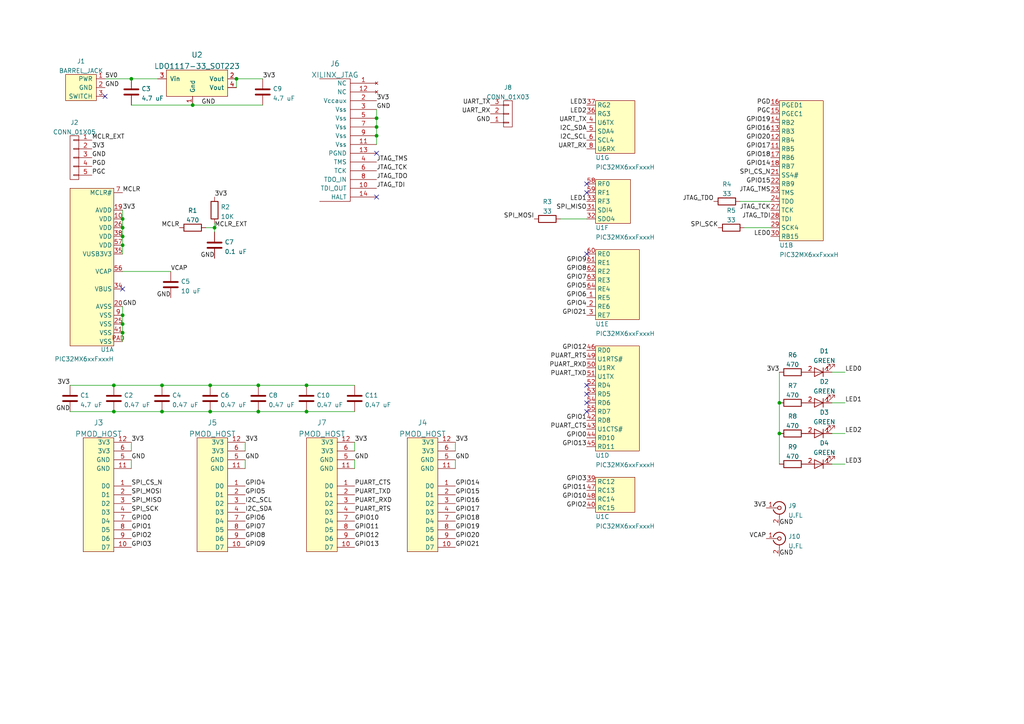
<source format=kicad_sch>
(kicad_sch (version 20211123) (generator eeschema)
  (paper "A4")
  (title_block (title "PIC32MX JTAG test board") (date "2022-03-28") (rev "0.1"))
  (junction (at 46.99 111.76))
  (junction (at 88.9 111.76))
  (junction (at 55.88 30.48))
  (junction (at 35.56 93.98))
  (junction (at 46.99 119.38))
  (junction (at 60.96 111.76))
  (junction (at 33.02 119.38))
  (junction (at 35.56 96.52))
  (junction (at 62.23 66.04))
  (junction (at 74.93 119.38))
  (junction (at 109.22 34.29))
  (junction (at 88.9 119.38))
  (junction (at 68.58 22.86))
  (junction (at 74.93 111.76))
  (junction (at 35.56 66.04))
  (junction (at 109.22 36.83))
  (junction (at 226.06 116.84))
  (junction (at 38.1 22.86))
  (junction (at 109.22 39.37))
  (junction (at 33.02 111.76))
  (junction (at 35.56 91.44))
  (junction (at 35.56 63.5))
  (junction (at 35.56 68.58))
  (junction (at 226.06 125.73))
  (junction (at 35.56 71.12))
  (junction (at 60.96 119.38))
  (no_connect (at 109.22 44.45))
  (no_connect (at 170.18 114.3))
  (no_connect (at 170.18 53.34))
  (no_connect (at 35.56 83.82))
  (no_connect (at 170.18 55.88))
  (no_connect (at 170.18 119.38))
  (no_connect (at 170.18 116.84))
  (no_connect (at 170.18 73.66))
  (no_connect (at 170.18 111.76))
  (no_connect (at 109.22 57.15))
  (no_connect (at 30.48 27.94))
  (wire (pts (xy 109.22 31.75) (xy 109.22 34.29)))
  (wire (pts (xy 109.22 39.37) (xy 109.22 41.91)))
  (wire (pts (xy 226.06 107.95) (xy 226.06 116.84)))
  (wire (pts (xy 109.22 34.29) (xy 109.22 36.83)))
  (wire (pts (xy 35.56 88.9) (xy 35.56 91.44)))
  (wire (pts (xy 38.1 133.35) (xy 38.1 135.89)))
  (wire (pts (xy 33.02 111.76) (xy 46.99 111.76)))
  (wire (pts (xy 38.1 128.27) (xy 38.1 130.81)))
  (wire (pts (xy 35.56 66.04) (xy 35.56 68.58)))
  (wire (pts (xy 109.22 36.83) (xy 109.22 39.37)))
  (wire (pts (xy 226.06 116.84) (xy 226.06 125.73)))
  (wire (pts (xy 38.1 30.48) (xy 55.88 30.48)))
  (wire (pts (xy 38.1 22.86) (xy 45.72 22.86)))
  (wire (pts (xy 55.88 30.48) (xy 76.2 30.48)))
  (wire (pts (xy 59.69 66.04) (xy 62.23 66.04)))
  (wire (pts (xy 71.12 133.35) (xy 71.12 135.89)))
  (wire (pts (xy 30.48 22.86) (xy 38.1 22.86)))
  (wire (pts (xy 68.58 22.86) (xy 68.58 25.4)))
  (wire (pts (xy 74.93 119.38) (xy 88.9 119.38)))
  (wire (pts (xy 35.56 68.58) (xy 35.56 71.12)))
  (wire (pts (xy 46.99 119.38) (xy 60.96 119.38)))
  (wire (pts (xy 88.9 111.76) (xy 102.87 111.76)))
  (wire (pts (xy 241.3 125.73) (xy 245.11 125.73)))
  (wire (pts (xy 102.87 128.27) (xy 102.87 130.81)))
  (wire (pts (xy 74.93 111.76) (xy 88.9 111.76)))
  (wire (pts (xy 226.06 125.73) (xy 226.06 134.62)))
  (wire (pts (xy 60.96 111.76) (xy 74.93 111.76)))
  (wire (pts (xy 35.56 91.44) (xy 35.56 93.98)))
  (wire (pts (xy 62.23 66.04) (xy 62.23 67.31)))
  (wire (pts (xy 102.87 133.35) (xy 102.87 135.89)))
  (wire (pts (xy 88.9 119.38) (xy 102.87 119.38)))
  (wire (pts (xy 71.12 128.27) (xy 71.12 130.81)))
  (wire (pts (xy 241.3 134.62) (xy 245.11 134.62)))
  (wire (pts (xy 132.08 133.35) (xy 132.08 135.89)))
  (wire (pts (xy 60.96 119.38) (xy 74.93 119.38)))
  (wire (pts (xy 62.23 66.04) (xy 62.23 64.77)))
  (wire (pts (xy 35.56 96.52) (xy 35.56 99.06)))
  (wire (pts (xy 35.56 63.5) (xy 35.56 66.04)))
  (wire (pts (xy 46.99 111.76) (xy 60.96 111.76)))
  (wire (pts (xy 35.56 93.98) (xy 35.56 96.52)))
  (wire (pts (xy 76.2 22.86) (xy 68.58 22.86)))
  (wire (pts (xy 241.3 116.84) (xy 245.11 116.84)))
  (wire (pts (xy 20.32 119.38) (xy 33.02 119.38)))
  (wire (pts (xy 132.08 128.27) (xy 132.08 130.81)))
  (wire (pts (xy 162.56 63.5) (xy 170.18 63.5)))
  (wire (pts (xy 35.56 78.74) (xy 49.53 78.74)))
  (wire (pts (xy 35.56 71.12) (xy 35.56 73.66)))
  (wire (pts (xy 215.9 66.04) (xy 223.52 66.04)))
  (wire (pts (xy 241.3 107.95) (xy 245.11 107.95)))
  (wire (pts (xy 33.02 119.38) (xy 46.99 119.38)))
  (wire (pts (xy 214.63 58.42) (xy 223.52 58.42)))
  (wire (pts (xy 35.56 60.96) (xy 35.56 63.5)))
  (wire (pts (xy 20.32 111.76) (xy 33.02 111.76)))
  (label "SPI_MOSI" (at 154.94 63.5 180))
  (label "GPIO19" (at 132.08 153.67 0))
  (label "GPIO9" (at 170.18 76.2 180))
  (label "GND" (at 30.48 25.4 0))
  (label "UART_TX" (at 170.18 35.56 180))
  (label "SPI_MISO" (at 38.1 146.05 0))
  (label "GPIO15" (at 132.08 143.51 0))
  (label "GPIO17" (at 132.08 148.59 0))
  (label "3V3" (at 62.23 57.15 0))
  (label "GPIO3" (at 170.18 139.7 180))
  (label "GND" (at 62.23 74.93 180))
  (label "GND" (at 109.22 31.75 0))
  (label "GPIO1" (at 38.1 153.67 0))
  (label "GPIO7" (at 170.18 81.28 180))
  (label "GND" (at 20.32 119.38 180))
  (label "GPIO4" (at 71.12 140.97 0))
  (label "3V3" (at 35.56 60.96 0))
  (label "PUART_CTS" (at 102.87 140.97 0))
  (label "3V3" (at 222.25 147.32 180))
  (label "PGC" (at 26.67 50.8 0))
  (label "JTAG_TCK" (at 109.22 49.53 0))
  (label "GPIO21" (at 170.18 91.44 180))
  (label "3V3" (at 38.1 128.27 0))
  (label "GPIO1" (at 170.18 121.92 180))
  (label "PUART_TXD" (at 170.18 109.22 180))
  (label "3V3" (at 109.22 29.21 0))
  (label "LED3" (at 245.11 134.62 0))
  (label "UART_RX" (at 142.24 33.02 180))
  (label "GPIO0" (at 38.1 151.13 0))
  (label "PGC" (at 223.52 33.02 180))
  (label "SPI_CS_N" (at 223.52 50.8 180))
  (label "JTAG_TDO" (at 109.22 52.07 0))
  (label "GPIO2" (at 38.1 156.21 0))
  (label "I2C_SDA" (at 71.12 148.59 0))
  (label "GPIO14" (at 223.52 48.26 180))
  (label "JTAG_TDO" (at 207.01 58.42 180))
  (label "GPIO6" (at 71.12 151.13 0))
  (label "3V3" (at 76.2 22.86 0))
  (label "PUART_RXD" (at 170.18 106.68 180))
  (label "I2C_SCL" (at 71.12 146.05 0))
  (label "GPIO0" (at 170.18 127 180))
  (label "GPIO11" (at 170.18 142.24 180))
  (label "GPIO8" (at 170.18 78.74 180))
  (label "GPIO2" (at 170.18 147.32 180))
  (label "JTAG_TMS" (at 109.22 46.99 0))
  (label "JTAG_TDI" (at 109.22 54.61 0))
  (label "GPIO19" (at 223.52 35.56 180))
  (label "MCLR" (at 35.56 55.88 0))
  (label "LED0" (at 223.52 68.58 180))
  (label "GPIO14" (at 132.08 140.97 0))
  (label "UART_RX" (at 170.18 43.18 180))
  (label "GND" (at 35.56 88.9 0))
  (label "GPIO4" (at 170.18 88.9 180))
  (label "SPI_SCK" (at 208.28 66.04 180))
  (label "GPIO6" (at 170.18 86.36 180))
  (label "PGD" (at 26.67 48.26 0))
  (label "GND" (at 142.24 35.56 180))
  (label "GND" (at 49.53 86.36 180))
  (label "I2C_SDA" (at 170.18 38.1 180))
  (label "PUART_RTS" (at 170.18 104.14 180))
  (label "GND" (at 226.06 152.4 0))
  (label "JTAG_TMS" (at 223.52 55.88 180))
  (label "GPIO11" (at 102.87 153.67 0))
  (label "GPIO8" (at 71.12 156.21 0))
  (label "3V3" (at 102.87 128.27 0))
  (label "GPIO5" (at 170.18 83.82 180))
  (label "LED0" (at 245.11 107.95 0))
  (label "UART_TX" (at 142.24 30.48 180))
  (label "GND" (at 132.08 133.35 0))
  (label "PUART_RTS" (at 102.87 148.59 0))
  (label "GND" (at 58.42 30.48 0))
  (label "GPIO15" (at 223.52 53.34 180))
  (label "PGD" (at 223.52 30.48 180))
  (label "GPIO16" (at 132.08 146.05 0))
  (label "MCLR" (at 52.07 66.04 180))
  (label "LED1" (at 170.18 58.42 180))
  (label "GPIO20" (at 223.52 40.64 180))
  (label "GPIO18" (at 132.08 151.13 0))
  (label "MCLR_EXT" (at 62.23 66.04 0))
  (label "GND" (at 102.87 133.35 0))
  (label "GPIO3" (at 38.1 158.75 0))
  (label "GND" (at 38.1 133.35 0))
  (label "3V3" (at 26.67 43.18 0))
  (label "GPIO20" (at 132.08 156.21 0))
  (label "GPIO10" (at 102.87 151.13 0))
  (label "LED2" (at 245.11 125.73 0))
  (label "MCLR_EXT" (at 26.67 40.64 0))
  (label "SPI_SCK" (at 38.1 148.59 0))
  (label "LED2" (at 170.18 33.02 180))
  (label "3V3" (at 71.12 128.27 0))
  (label "GPIO17" (at 223.52 43.18 180))
  (label "GND" (at 226.06 161.29 0))
  (label "GPIO13" (at 102.87 158.75 0))
  (label "JTAG_TDI" (at 223.52 63.5 180))
  (label "5V0" (at 30.48 22.86 0))
  (label "GPIO10" (at 170.18 144.78 180))
  (label "GPIO18" (at 223.52 45.72 180))
  (label "3V3" (at 20.32 111.76 180))
  (label "3V3" (at 132.08 128.27 0))
  (label "JTAG_TCK" (at 223.52 60.96 180))
  (label "SPI_MOSI" (at 38.1 143.51 0))
  (label "GPIO5" (at 71.12 143.51 0))
  (label "3V3" (at 226.06 107.95 180))
  (label "GPIO9" (at 71.12 158.75 0))
  (label "VCAP" (at 49.53 78.74 0))
  (label "GPIO16" (at 223.52 38.1 180))
  (label "LED1" (at 245.11 116.84 0))
  (label "I2C_SCL" (at 170.18 40.64 180))
  (label "GPIO7" (at 71.12 153.67 0))
  (label "PUART_CTS" (at 170.18 124.46 180))
  (label "PUART_RXD" (at 102.87 146.05 0))
  (label "PUART_TXD" (at 102.87 143.51 0))
  (label "GPIO12" (at 170.18 101.6 180))
  (label "LED3" (at 170.18 30.48 180))
  (label "GPIO13" (at 170.18 129.54 180))
  (label "GND" (at 26.67 45.72 0))
  (label "GPIO21" (at 132.08 158.75 0))
  (label "SPI_CS_N" (at 38.1 140.97 0))
  (label "SPI_MISO" (at 170.18 60.96 180))
  (label "GND" (at 71.12 133.35 0))
  (label "VCAP" (at 222.25 156.21 180))
  (label "GPIO12" (at 102.87 156.21 0))
  (symbol (lib_id "device:C") (at 76.2 26.67 0) (unit 1)
    (property "Reference" "C9" (at 79.121 25.7615 0) (effects (justify left)))
    (property "Value" "4.7 uF" (at 79.121 28.5366 0) (effects (justify left)))
    (property "Footprint" "azonenberg_pcb:EIA_0603_CAP_NOSILK" (effects hide))
  )
  (symbol (lib_id "device:C") (at 49.53 82.55 0) (unit 1)
    (property "Reference" "C5" (at 52.451 81.6415 0) (effects (justify left)))
    (property "Value" "10 uF" (at 52.451 84.4166 0) (effects (justify left)))
    (property "Footprint" "azonenberg_pcb:EIA_0805_CAP_NOSILK" (effects hide))
  )
  (symbol (lib_name "PIC32MX6xxFxxxH_6") (lib_id "microchip-azonenberg:PIC32MX6xxFxxxH") (at 172.72 44.45 0) (unit 7)
    (property "Reference" "U1" (at 172.72 45.72 0) (effects (justify left)))
    (property "Value" "PIC32MX6xxFxxxH" (at 172.72 48.4951 0) (effects (justify left)))
    (property "Footprint" "azonenberg_pcb:QFP_64_0.5MM" (effects hide))
    (pin "4" (alternate "U6TX"))
    (pin "5" (alternate "SDA4"))
    (pin "6" (alternate "SCL4"))
    (pin "8" (alternate "U6RX"))
  )
  (symbol (lib_id "device:R") (at 210.82 58.42 90) (unit 1)
    (property "Reference" "R4" (at 210.82 53.4375 90))
    (property "Value" "33" (at 210.82 56.2126 90))
    (property "Footprint" "azonenberg_pcb:EIA_0402_RES_NOSILK" (effects hide))
  )
  (symbol (lib_id "device:LED") (at 237.49 116.84 180) (unit 1)
    (property "Reference" "D2" (at 239.0902 110.7145 0))
    (property "Value" "GREEN" (at 239.0902 113.4896 0))
    (property "Footprint" "azonenberg_pcb:EIA_0805_LED" (effects hide))
  )
  (symbol (lib_id "xilinx-azonenberg:XILINX_JTAG") (at 109.22 57.15 0) (mirror y) (unit 1)
    (property "Reference" "J6" (at 97.155 18.4561 0) (effects (font (size 1.524 1.524))))
    (property "Value" "XILINX_JTAG" (at 97.155 21.7351 0) (effects (font (size 1.524 1.524))))
    (property "Footprint" "azonenberg_pcb:XILINX_JTAG_PTH_MOLEX_0878311420" (effects hide))
  )
  (symbol (lib_id "device:R") (at 158.75 63.5 90) (unit 1)
    (property "Reference" "R3" (at 158.75 58.5175 90))
    (property "Value" "33" (at 158.75 61.2926 90))
    (property "Footprint" "azonenberg_pcb:EIA_0402_RES_NOSILK" (effects hide))
  )
  (symbol (lib_id "device:C") (at 33.02 115.57 0) (unit 1)
    (property "Reference" "C2" (at 35.941 114.6615 0) (effects (justify left)))
    (property "Value" "0.47 uF" (at 35.941 117.4366 0) (effects (justify left)))
    (property "Footprint" "azonenberg_pcb:EIA_0402_CAP_NOSILK" (effects hide))
  )
  (symbol (lib_id "device:LED") (at 237.49 107.95 180) (unit 1)
    (property "Reference" "D1" (at 239.0902 101.8245 0))
    (property "Value" "GREEN" (at 239.0902 104.5996 0))
    (property "Footprint" "azonenberg_pcb:EIA_0805_LED" (effects hide))
  )
  (symbol (lib_name "PIC32MX6xxFxxxH_2") (lib_id "microchip-azonenberg:PIC32MX6xxFxxxH") (at 172.72 148.59 0) (unit 3)
    (property "Reference" "U1" (at 172.72 149.86 0) (effects (justify left)))
    (property "Value" "PIC32MX6xxFxxxH" (at 172.72 152.6351 0) (effects (justify left)))
    (property "Footprint" "azonenberg_pcb:QFP_64_0.5MM" (effects hide))
  )
  (symbol (lib_id "conn:CONN_01X05") (at 21.59 45.72 0) (mirror y) (unit 1)
    (property "Reference" "J2" (at 21.59 35.5305 0))
    (property "Value" "CONN_01X05" (at 21.59 38.3056 0))
    (property "Footprint" "azonenberg_pcb:CONN_HEADER_2.54MM_1x5" (effects hide))
  )
  (symbol (lib_id "conn:CONN_COAXIAL") (at 226.06 156.21 0) (unit 1)
    (property "Reference" "J10" (at 228.6001 155.5947 0) (effects (justify left)))
    (property "Value" "U.FL" (at 228.6001 158.3698 0) (effects (justify left)))
    (property "Footprint" "azonenberg_pcb:CONN_U.FL_TE_1909763-1" (effects hide))
  )
  (symbol (lib_id "device:R") (at 229.87 125.73 90) (unit 1)
    (property "Reference" "R8" (at 229.87 120.7475 90))
    (property "Value" "470" (at 229.87 123.5226 90))
    (property "Footprint" "azonenberg_pcb:EIA_0402_RES_NOSILK" (effects hide))
  )
  (symbol (lib_id "device:C") (at 102.87 115.57 0) (unit 1)
    (property "Reference" "C11" (at 105.791 114.6615 0) (effects (justify left)))
    (property "Value" "0.47 uF" (at 105.791 117.4366 0) (effects (justify left)))
    (property "Footprint" "azonenberg_pcb:EIA_0402_CAP_NOSILK" (effects hide))
  )
  (symbol (lib_id "microchip-azonenberg:PIC32MX6xxFxxxH") (at 226.06 69.85 0) (unit 2)
    (property "Reference" "U1" (at 226.06 71.12 0) (effects (justify left)))
    (property "Value" "PIC32MX6xxFxxxH" (at 226.06 73.8951 0) (effects (justify left)))
    (property "Footprint" "azonenberg_pcb:QFP_64_0.5MM" (effects hide))
    (pin "15" (alternate "PGEC1"))
    (pin "16" (alternate "PGED1"))
    (pin "21" (alternate "SS4#"))
    (pin "23" (alternate "TMS"))
    (pin "24" (alternate "TDO"))
    (pin "27" (alternate "TCK"))
    (pin "28" (alternate "TDI"))
    (pin "29" (alternate "SCK4"))
  )
  (symbol (lib_id "special-azonenberg:PMOD_HOST") (at 97.79 160.02 0) (mirror y) (unit 1)
    (property "Reference" "J7" (at 93.345 122.5961 0) (effects (font (size 1.524 1.524))))
    (property "Value" "PMOD_HOST" (at 93.345 125.8751 0) (effects (font (size 1.524 1.524))))
    (property "Footprint" "azonenberg_pcb:CONN_HEADER_2.54MM_2x6_RA_PMOD_HOST" (effects hide))
  )
  (symbol (lib_id "special-azonenberg:PMOD_HOST") (at 127 160.02 0) (mirror y) (unit 1)
    (property "Reference" "J4" (at 122.555 122.5961 0) (effects (font (size 1.524 1.524))))
    (property "Value" "PMOD_HOST" (at 122.555 125.8751 0) (effects (font (size 1.524 1.524))))
    (property "Footprint" "azonenberg_pcb:CONN_HEADER_2.54MM_2x6_RA_PMOD_HOST" (effects hide))
  )
  (symbol (lib_id "special-azonenberg:PMOD_HOST") (at 66.04 160.02 0) (mirror y) (unit 1)
    (property "Reference" "J5" (at 61.595 122.5961 0) (effects (font (size 1.524 1.524))))
    (property "Value" "PMOD_HOST" (at 61.595 125.8751 0) (effects (font (size 1.524 1.524))))
    (property "Footprint" "azonenberg_pcb:CONN_HEADER_2.54MM_2x6_RA_PMOD_HOST" (effects hide))
  )
  (symbol (lib_id "device:R") (at 62.23 60.96 0) (unit 1)
    (property "Reference" "R2" (at 64.008 60.0515 0) (effects (justify left)))
    (property "Value" "10K" (at 64.008 62.8266 0) (effects (justify left)))
    (property "Footprint" "azonenberg_pcb:EIA_0402_RES_NOSILK" (effects hide))
  )
  (symbol (lib_name "PIC32MX6xxFxxxH_4") (lib_id "microchip-azonenberg:PIC32MX6xxFxxxH") (at 172.72 92.71 0) (unit 5)
    (property "Reference" "U1" (at 172.72 93.98 0) (effects (justify left)))
    (property "Value" "PIC32MX6xxFxxxH" (at 172.72 96.7551 0) (effects (justify left)))
    (property "Footprint" "azonenberg_pcb:QFP_64_0.5MM" (effects hide))
  )
  (symbol (lib_name "PIC32MX6xxFxxxH_1") (lib_id "microchip-azonenberg:PIC32MX6xxFxxxH") (at 33.02 100.33 0) (mirror y) (unit 1)
    (property "Reference" "U1" (at 33.02 101.3649 0) (effects (justify left)))
    (property "Value" "PIC32MX6xxFxxxH" (at 33.02 104.14 0) (effects (justify left)))
    (property "Footprint" "azonenberg_pcb:QFP_64_0.5MM" (effects hide))
  )
  (symbol (lib_id "device:R") (at 212.09 66.04 90) (unit 1)
    (property "Reference" "R5" (at 212.09 61.0575 90))
    (property "Value" "33" (at 212.09 63.8326 90))
    (property "Footprint" "azonenberg_pcb:EIA_0402_RES_NOSILK" (effects hide))
  )
  (symbol (lib_id "device:C") (at 88.9 115.57 0) (unit 1)
    (property "Reference" "C10" (at 91.821 114.6615 0) (effects (justify left)))
    (property "Value" "0.47 uF" (at 91.821 117.4366 0) (effects (justify left)))
    (property "Footprint" "azonenberg_pcb:EIA_0402_CAP_NOSILK" (effects hide))
  )
  (symbol (lib_id "device:C") (at 62.23 71.12 0) (unit 1)
    (property "Reference" "C7" (at 65.151 70.2115 0) (effects (justify left)))
    (property "Value" "0.1 uF" (at 65.151 72.9866 0) (effects (justify left)))
    (property "Footprint" "azonenberg_pcb:EIA_0402_CAP_NOSILK" (effects hide))
  )
  (symbol (lib_id "conn:CONN_COAXIAL") (at 226.06 147.32 0) (unit 1)
    (property "Reference" "J9" (at 228.6001 146.7047 0) (effects (justify left)))
    (property "Value" "U.FL" (at 228.6001 149.4798 0) (effects (justify left)))
    (property "Footprint" "azonenberg_pcb:CONN_U.FL_TE_1909763-1" (effects hide))
  )
  (symbol (lib_id "power-azonenberg:LDO1117-XX_SOT223") (at 55.88 20.32 0) (unit 1)
    (property "Reference" "U2" (at 57.15 15.9161 0) (effects (font (size 1.524 1.524))))
    (property "Value" "LDO1117-33_SOT223" (at 57.15 19.1951 0) (effects (font (size 1.524 1.524))))
    (property "Footprint" "azonenberg_pcb:SOT223-4" (effects hide))
  )
  (symbol (lib_id "device:LED") (at 237.49 125.73 180) (unit 1)
    (property "Reference" "D3" (at 239.0902 119.6045 0))
    (property "Value" "GREEN" (at 239.0902 122.3796 0))
    (property "Footprint" "azonenberg_pcb:EIA_0805_LED" (effects hide))
  )
  (symbol (lib_id "special-azonenberg:PMOD_HOST") (at 33.02 160.02 0) (mirror y) (unit 1)
    (property "Reference" "J3" (at 28.575 122.5961 0) (effects (font (size 1.524 1.524))))
    (property "Value" "PMOD_HOST" (at 28.575 125.8751 0) (effects (font (size 1.524 1.524))))
    (property "Footprint" "azonenberg_pcb:CONN_HEADER_2.54MM_2x6_RA_PMOD_HOST" (effects hide))
  )
  (symbol (lib_name "PIC32MX6xxFxxxH_3") (lib_id "microchip-azonenberg:PIC32MX6xxFxxxH") (at 172.72 130.81 0) (unit 4)
    (property "Reference" "U1" (at 172.72 132.08 0) (effects (justify left)))
    (property "Value" "PIC32MX6xxFxxxH" (at 172.72 134.8551 0) (effects (justify left)))
    (property "Footprint" "azonenberg_pcb:QFP_64_0.5MM" (effects hide))
    (pin "43" (alternate "U1CTS#"))
    (pin "49" (alternate "U1RTS#"))
    (pin "50" (alternate "U1RX"))
    (pin "51" (alternate "U1TX"))
  )
  (symbol (lib_id "device:C") (at 20.32 115.57 0) (unit 1)
    (property "Reference" "C1" (at 23.241 114.6615 0) (effects (justify left)))
    (property "Value" "4.7 uF" (at 23.241 117.4366 0) (effects (justify left)))
    (property "Footprint" "azonenberg_pcb:EIA_0603_CAP_NOSILK" (effects hide))
  )
  (symbol (lib_id "power-azonenberg:BARREL_JACK") (at 27.94 29.21 0) (unit 1)
    (property "Reference" "J1" (at 23.495 17.7505 0))
    (property "Value" "BARREL_JACK" (at 23.495 20.5256 0))
    (property "Footprint" "azonenberg_pcb:CONN_CUI_PJ-058BH_HIPWR_BARREL_NOSLOT" (effects hide))
  )
  (symbol (lib_id "device:C") (at 38.1 26.67 0) (unit 1)
    (property "Reference" "C3" (at 41.021 25.7615 0) (effects (justify left)))
    (property "Value" "4.7 uF" (at 41.021 28.5366 0) (effects (justify left)))
    (property "Footprint" "azonenberg_pcb:EIA_0603_CAP_NOSILK" (effects hide))
  )
  (symbol (lib_id "device:R") (at 229.87 116.84 90) (unit 1)
    (property "Reference" "R7" (at 229.87 111.8575 90))
    (property "Value" "470" (at 229.87 114.6326 90))
    (property "Footprint" "azonenberg_pcb:EIA_0402_RES_NOSILK" (effects hide))
  )
  (symbol (lib_id "device:LED") (at 237.49 134.62 180) (unit 1)
    (property "Reference" "D4" (at 239.0902 128.4945 0))
    (property "Value" "GREEN" (at 239.0902 131.2696 0))
    (property "Footprint" "azonenberg_pcb:EIA_0805_LED" (effects hide))
  )
  (symbol (lib_name "PIC32MX6xxFxxxH_5") (lib_id "microchip-azonenberg:PIC32MX6xxFxxxH") (at 172.72 64.77 0) (unit 6)
    (property "Reference" "U1" (at 172.72 66.04 0) (effects (justify left)))
    (property "Value" "PIC32MX6xxFxxxH" (at 172.72 68.8151 0) (effects (justify left)))
    (property "Footprint" "azonenberg_pcb:QFP_64_0.5MM" (effects hide))
    (pin "31" (alternate "SDI4"))
    (pin "32" (alternate "SDO4"))
  )
  (symbol (lib_id "device:C") (at 60.96 115.57 0) (unit 1)
    (property "Reference" "C6" (at 63.881 114.6615 0) (effects (justify left)))
    (property "Value" "0.47 uF" (at 63.881 117.4366 0) (effects (justify left)))
    (property "Footprint" "azonenberg_pcb:EIA_0402_CAP_NOSILK" (effects hide))
  )
  (symbol (lib_id "device:R") (at 229.87 107.95 90) (unit 1)
    (property "Reference" "R6" (at 229.87 102.9675 90))
    (property "Value" "470" (at 229.87 105.7426 90))
    (property "Footprint" "azonenberg_pcb:EIA_0402_RES_NOSILK" (effects hide))
  )
  (symbol (lib_id "device:C") (at 46.99 115.57 0) (unit 1)
    (property "Reference" "C4" (at 49.911 114.6615 0) (effects (justify left)))
    (property "Value" "0.47 uF" (at 49.911 117.4366 0) (effects (justify left)))
    (property "Footprint" "azonenberg_pcb:EIA_0402_CAP_NOSILK" (effects hide))
  )
  (symbol (lib_id "device:C") (at 74.93 115.57 0) (unit 1)
    (property "Reference" "C8" (at 77.851 114.6615 0) (effects (justify left)))
    (property "Value" "0.47 uF" (at 77.851 117.4366 0) (effects (justify left)))
    (property "Footprint" "azonenberg_pcb:EIA_0402_CAP_NOSILK" (effects hide))
  )
  (symbol (lib_id "device:R") (at 55.88 66.04 90) (unit 1)
    (property "Reference" "R1" (at 55.88 61.0575 90))
    (property "Value" "470" (at 55.88 63.8326 90))
    (property "Footprint" "azonenberg_pcb:EIA_0402_RES_NOSILK" (effects hide))
  )
  (symbol (lib_id "device:R") (at 229.87 134.62 90) (unit 1)
    (property "Reference" "R9" (at 229.87 129.6375 90))
    (property "Value" "470" (at 229.87 132.4126 90))
    (property "Footprint" "azonenberg_pcb:EIA_0402_RES_NOSILK" (effects hide))
  )
  (symbol (lib_id "conn:CONN_01X03") (at 147.32 33.02 0) (mirror x) (unit 1)
    (property "Reference" "J8" (at 147.32 25.3705 0))
    (property "Value" "CONN_01X03" (at 147.32 28.1456 0))
    (property "Footprint" "azonenberg_pcb:CONN_HEADER_2.54MM_1x3" (effects hide))
  )
)
</source>
